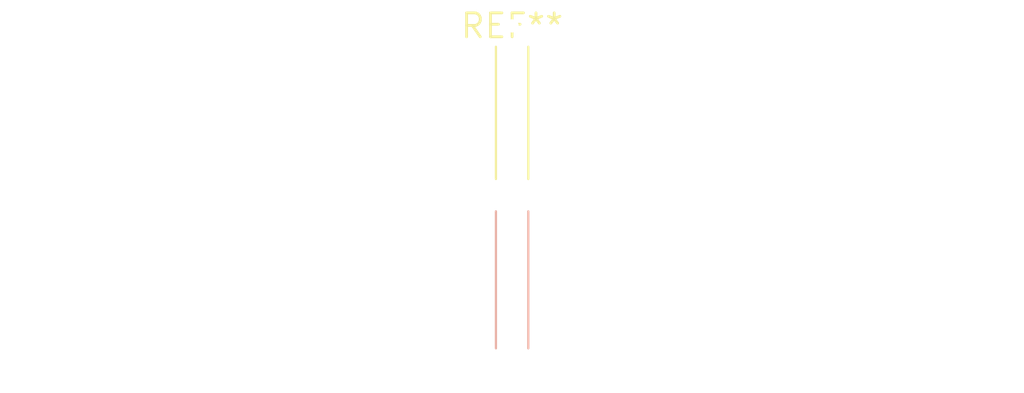
<source format=kicad_pcb>
(kicad_pcb (version 20240108) (generator pcbnew)
  (layers (0 "F.Cu" signal) (31 "B.Cu" signal) (34 "B.Paste" user) (35 "F.Paste" user) (36 "B.SilkS" user "B.Silkscreen") (37 "F.SilkS" user "F.Silkscreen") (38 "B.Mask" user) (39 "F.Mask" user) (44 "Edge.Cuts" user))
  (net 0 "")
  (footprint "SolderWire-0.15sqmm_1x01_D0.5mm_OD1.5mm_Relief2x" (layer "F.Cu") (at 0 0)
    (property "Reference" "REF**")
    (property "Value" "SolderWire-0.15sqmm_1x01_D0.5mm_OD1.5mm_Relief2x")
    (fp_line (start -0.86 9.86) (end -0.86 17.14) (layer "B.SilkS") (stroke (width 0.12)))
    (fp_line (start 0.86 9.86) (end 0.86 17.14) (layer "B.SilkS") (stroke (width 0.12)))
    (fp_line (start -0.86 1.11) (end -0.86 8.14) (layer "F.SilkS") (stroke (width 0.12)))
    (fp_line (start 0.86 1.11) (end 0.86 8.14) (layer "F.SilkS") (stroke (width 0.12)))
    (pad "" np_thru_hole circle (at 0 9) (size 2 2) (drill 2) (layers *.Cu *.Mask))
    (pad "" np_thru_hole circle (at 0 18) (size 2 2) (drill 2) (layers *.Cu *.Mask))
    (pad "1" thru_hole roundrect (at 0 0) (size 1.7 1.7) (drill 0.7) (layers *.Cu *.Mask) (remove_unused_layers) (roundrect_rratio 0.147059))
  )
)
</source>
